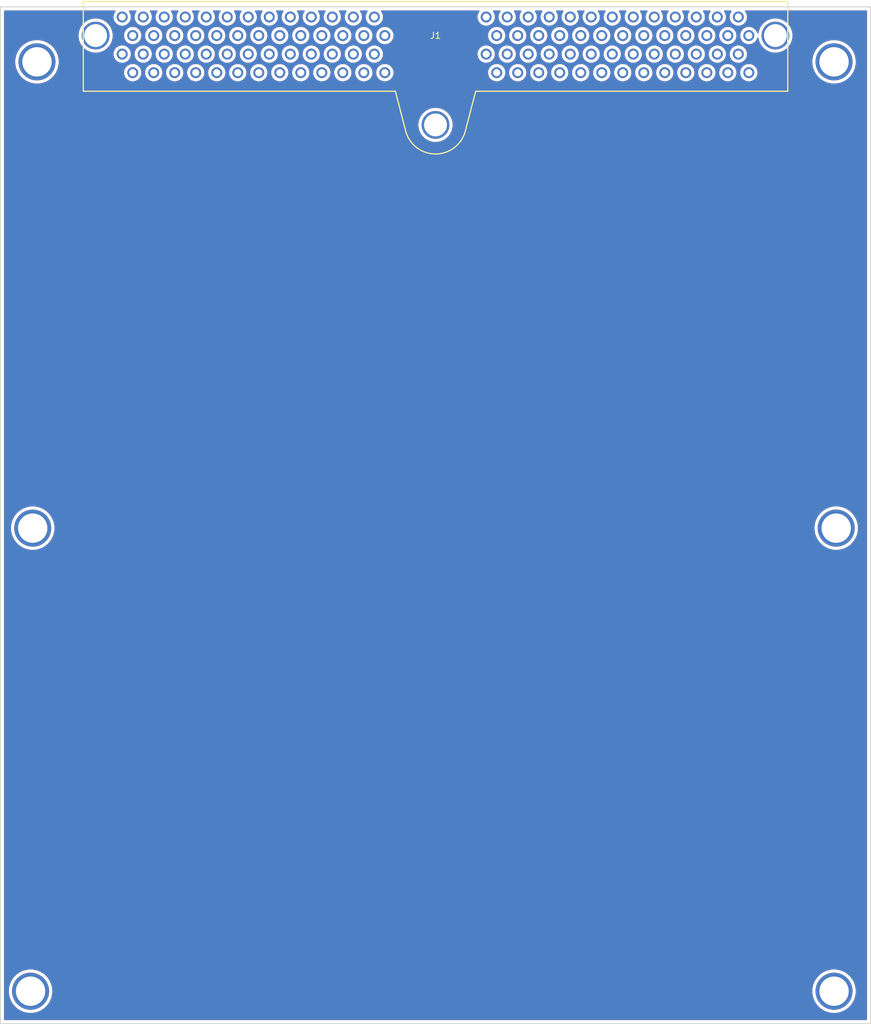
<source format=kicad_pcb>
(kicad_pcb (version 20171130) (host pcbnew 5.1.9)
  (layers (0 F.Cu signal) (31 B.Cu signal) (34 B.Paste user) (35 F.Paste user) (36 B.SilkS user) (37 F.SilkS user) (38 B.Mask user) (39 F.Mask user) (44 Edge.Cuts user))
  (net 0 "")
  (module rusefi_lib:eecv (layer F.Cu) (at 93.63 20.44)
    (fp_text reference J1 (at 0 5.5) (layer F.SilkS))
    (fp_text value EEC-V)
    (fp_arc (start 0 19.65) (end -4.902788 20.63116) (angle -157.4) (layer F.SilkS) (width 0.2))
    (fp_line (start 57 0) (end -57 0) (layer F.SilkS) (width 0.2))
    (fp_line (start -57 0) (end -57 14.5) (layer F.SilkS) (width 0.2))
    (fp_line (start 57 14.5) (end 57 0) (layer F.SilkS) (width 0.2))
    (fp_line (start 6.5 14.5) (end 57 14.5) (layer F.SilkS) (width 0.2))
    (fp_line (start -57 14.5) (end -6.5 14.5) (layer F.SilkS) (width 0.2))
    (fp_line (start 4.903359 20.628302) (end 6.5 14.5) (layer F.SilkS) (width 0.2))
    (fp_line (start -4.902788 20.63116) (end -6.5 14.5) (layer F.SilkS) (width 0.2))
    (pad "" thru_hole circle (at 0 19.95) (size 4.5 4.5) (drill 3.7) (layers *.Cu *.Mask))
    (pad 90 thru_hole circle (at 13.3 11.5) (size 1.778 1.778) (drill 1.143) (layers *.Cu *.Mask))
    (pad 89 thru_hole circle (at 16.7 11.5) (size 1.778 1.778) (drill 1.143) (layers *.Cu *.Mask))
    (pad 88 thru_hole circle (at 20.1 11.5) (size 1.778 1.778) (drill 1.143) (layers *.Cu *.Mask))
    (pad 87 thru_hole circle (at 23.5 11.5) (size 1.778 1.778) (drill 1.143) (layers *.Cu *.Mask))
    (pad 86 thru_hole circle (at 26.9 11.5) (size 1.778 1.778) (drill 1.143) (layers *.Cu *.Mask))
    (pad 85 thru_hole circle (at 30.3 11.5) (size 1.778 1.778) (drill 1.143) (layers *.Cu *.Mask))
    (pad 84 thru_hole circle (at 33.7 11.5) (size 1.778 1.778) (drill 1.143) (layers *.Cu *.Mask))
    (pad 83 thru_hole circle (at 37.1 11.5) (size 1.778 1.778) (drill 1.143) (layers *.Cu *.Mask))
    (pad 82 thru_hole circle (at 40.5 11.5) (size 1.778 1.778) (drill 1.143) (layers *.Cu *.Mask))
    (pad 81 thru_hole circle (at 43.9 11.5) (size 1.778 1.778) (drill 1.143) (layers *.Cu *.Mask))
    (pad 80 thru_hole circle (at 47.3 11.5) (size 1.778 1.778) (drill 1.143) (layers *.Cu *.Mask))
    (pad 79 thru_hole circle (at 50.7 11.5) (size 1.778 1.778) (drill 1.143) (layers *.Cu *.Mask))
    (pad 53 thru_hole circle (at 49 8.5) (size 1.778 1.778) (drill 1.143) (layers *.Cu *.Mask))
    (pad 54 thru_hole circle (at 45.6 8.5) (size 1.778 1.778) (drill 1.143) (layers *.Cu *.Mask))
    (pad 55 thru_hole circle (at 42.2 8.5) (size 1.778 1.778) (drill 1.143) (layers *.Cu *.Mask))
    (pad 56 thru_hole circle (at 38.8 8.5) (size 1.778 1.778) (drill 1.143) (layers *.Cu *.Mask))
    (pad 57 thru_hole circle (at 35.4 8.5) (size 1.778 1.778) (drill 1.143) (layers *.Cu *.Mask))
    (pad 58 thru_hole circle (at 32 8.5) (size 1.778 1.778) (drill 1.143) (layers *.Cu *.Mask))
    (pad 59 thru_hole circle (at 28.6 8.5) (size 1.778 1.778) (drill 1.143) (layers *.Cu *.Mask))
    (pad 60 thru_hole circle (at 25.2 8.5) (size 1.778 1.778) (drill 1.143) (layers *.Cu *.Mask))
    (pad 61 thru_hole circle (at 21.8 8.5) (size 1.778 1.778) (drill 1.143) (layers *.Cu *.Mask))
    (pad 62 thru_hole circle (at 18.4 8.5) (size 1.778 1.778) (drill 1.143) (layers *.Cu *.Mask))
    (pad 63 thru_hole circle (at 15 8.5) (size 1.778 1.778) (drill 1.143) (layers *.Cu *.Mask))
    (pad 64 thru_hole circle (at 11.6 8.5) (size 1.778 1.778) (drill 1.143) (layers *.Cu *.Mask))
    (pad 37 thru_hole circle (at 16.7 5.5) (size 1.778 1.778) (drill 1.143) (layers *.Cu *.Mask))
    (pad 36 thru_hole circle (at 20.1 5.5) (size 1.778 1.778) (drill 1.143) (layers *.Cu *.Mask))
    (pad 35 thru_hole circle (at 23.5 5.5) (size 1.778 1.778) (drill 1.143) (layers *.Cu *.Mask))
    (pad 34 thru_hole circle (at 26.9 5.5) (size 1.778 1.778) (drill 1.143) (layers *.Cu *.Mask))
    (pad 33 thru_hole circle (at 30.3 5.5) (size 1.778 1.778) (drill 1.143) (layers *.Cu *.Mask))
    (pad 32 thru_hole circle (at 33.7 5.5) (size 1.778 1.778) (drill 1.143) (layers *.Cu *.Mask))
    (pad 31 thru_hole circle (at 37.1 5.5) (size 1.778 1.778) (drill 1.143) (layers *.Cu *.Mask))
    (pad 30 thru_hole circle (at 40.5 5.5) (size 1.778 1.778) (drill 1.143) (layers *.Cu *.Mask))
    (pad 29 thru_hole circle (at 43.9 5.5) (size 1.778 1.778) (drill 1.143) (layers *.Cu *.Mask))
    (pad 28 thru_hole circle (at 47.3 5.5) (size 1.778 1.778) (drill 1.143) (layers *.Cu *.Mask))
    (pad 27 thru_hole circle (at 50.7 5.5) (size 1.778 1.778) (drill 1.143) (layers *.Cu *.Mask))
    (pad 1 thru_hole circle (at 49 2.5) (size 1.778 1.778) (drill 1.143) (layers *.Cu *.Mask))
    (pad 2 thru_hole circle (at 45.6 2.5) (size 1.778 1.778) (drill 1.143) (layers *.Cu *.Mask))
    (pad 3 thru_hole circle (at 42.2 2.5) (size 1.778 1.778) (drill 1.143) (layers *.Cu *.Mask))
    (pad 4 thru_hole circle (at 38.8 2.5) (size 1.778 1.778) (drill 1.143) (layers *.Cu *.Mask))
    (pad 5 thru_hole circle (at 35.4 2.5) (size 1.778 1.778) (drill 1.143) (layers *.Cu *.Mask))
    (pad 6 thru_hole circle (at 32 2.5) (size 1.778 1.778) (drill 1.143) (layers *.Cu *.Mask))
    (pad 7 thru_hole circle (at 28.6 2.5) (size 1.778 1.778) (drill 1.143) (layers *.Cu *.Mask))
    (pad 8 thru_hole circle (at 25.2 2.5) (size 1.778 1.778) (drill 1.143) (layers *.Cu *.Mask))
    (pad 9 thru_hole circle (at 21.8 2.5) (size 1.778 1.778) (drill 1.143) (layers *.Cu *.Mask))
    (pad 10 thru_hole circle (at 18.4 2.5) (size 1.778 1.778) (drill 1.143) (layers *.Cu *.Mask))
    (pad 11 thru_hole circle (at 15 2.5) (size 1.778 1.778) (drill 1.143) (layers *.Cu *.Mask))
    (pad 12 thru_hole circle (at 11.6 2.5) (size 1.778 1.778) (drill 1.143) (layers *.Cu *.Mask))
    (pad 38 thru_hole circle (at 13.3 5.5) (size 1.778 1.778) (drill 1.143) (layers *.Cu *.Mask))
    (pad 13 thru_hole circle (at 8.2 2.5) (size 1.778 1.778) (drill 1.143) (layers *.Cu *.Mask))
    (pad 65 thru_hole circle (at 8.2 8.5) (size 1.778 1.778) (drill 1.143) (layers *.Cu *.Mask))
    (pad 91 thru_hole circle (at 9.9 11.5) (size 1.778 1.778) (drill 1.143) (layers *.Cu *.Mask))
    (pad 39 thru_hole circle (at 9.9 5.5) (size 1.778 1.778) (drill 1.143) (layers *.Cu *.Mask))
    (pad 104 thru_hole circle (at -49 11.5) (size 1.778 1.778) (drill 1.143) (layers *.Cu *.Mask))
    (pad 103 thru_hole circle (at -45.6 11.5) (size 1.778 1.778) (drill 1.143) (layers *.Cu *.Mask))
    (pad 102 thru_hole circle (at -42.2 11.5) (size 1.778 1.778) (drill 1.143) (layers *.Cu *.Mask))
    (pad 101 thru_hole circle (at -38.8 11.5) (size 1.778 1.778) (drill 1.143) (layers *.Cu *.Mask))
    (pad 100 thru_hole circle (at -35.4 11.5) (size 1.778 1.778) (drill 1.143) (layers *.Cu *.Mask))
    (pad 99 thru_hole circle (at -32 11.5) (size 1.778 1.778) (drill 1.143) (layers *.Cu *.Mask))
    (pad 98 thru_hole circle (at -28.6 11.5) (size 1.778 1.778) (drill 1.143) (layers *.Cu *.Mask))
    (pad 97 thru_hole circle (at -25.2 11.5) (size 1.778 1.778) (drill 1.143) (layers *.Cu *.Mask))
    (pad 72 thru_hole circle (at -30.3 8.5) (size 1.778 1.778) (drill 1.143) (layers *.Cu *.Mask))
    (pad 73 thru_hole circle (at -33.7 8.5) (size 1.778 1.778) (drill 1.143) (layers *.Cu *.Mask))
    (pad 74 thru_hole circle (at -37.1 8.5) (size 1.778 1.778) (drill 1.143) (layers *.Cu *.Mask))
    (pad 75 thru_hole circle (at -40.5 8.5) (size 1.778 1.778) (drill 1.143) (layers *.Cu *.Mask))
    (pad 76 thru_hole circle (at -43.9 8.5) (size 1.778 1.778) (drill 1.143) (layers *.Cu *.Mask))
    (pad 77 thru_hole circle (at -47.3 8.5) (size 1.778 1.778) (drill 1.143) (layers *.Cu *.Mask))
    (pad 78 thru_hole circle (at -50.7 8.5) (size 1.778 1.778) (drill 1.143) (layers *.Cu *.Mask))
    (pad 52 thru_hole circle (at -49 5.5) (size 1.778 1.778) (drill 1.143) (layers *.Cu *.Mask))
    (pad 51 thru_hole circle (at -45.6 5.5) (size 1.778 1.778) (drill 1.143) (layers *.Cu *.Mask))
    (pad 50 thru_hole circle (at -42.2 5.5) (size 1.778 1.778) (drill 1.143) (layers *.Cu *.Mask))
    (pad 49 thru_hole circle (at -38.8 5.5) (size 1.778 1.778) (drill 1.143) (layers *.Cu *.Mask))
    (pad 48 thru_hole circle (at -35.4 5.5) (size 1.778 1.778) (drill 1.143) (layers *.Cu *.Mask))
    (pad 47 thru_hole circle (at -32 5.5) (size 1.778 1.778) (drill 1.143) (layers *.Cu *.Mask))
    (pad 46 thru_hole circle (at -28.6 5.5) (size 1.778 1.778) (drill 1.143) (layers *.Cu *.Mask))
    (pad 45 thru_hole circle (at -25.2 5.5) (size 1.778 1.778) (drill 1.143) (layers *.Cu *.Mask))
    (pad 26 thru_hole circle (at -50.7 2.5) (size 1.778 1.778) (drill 1.143) (layers *.Cu *.Mask))
    (pad 25 thru_hole circle (at -47.3 2.5) (size 1.778 1.778) (drill 1.143) (layers *.Cu *.Mask))
    (pad 24 thru_hole circle (at -43.9 2.5) (size 1.778 1.778) (drill 1.143) (layers *.Cu *.Mask))
    (pad 23 thru_hole circle (at -40.5 2.5) (size 1.778 1.778) (drill 1.143) (layers *.Cu *.Mask))
    (pad 22 thru_hole circle (at -37.1 2.5) (size 1.778 1.778) (drill 1.143) (layers *.Cu *.Mask))
    (pad 21 thru_hole circle (at -33.7 2.5) (size 1.778 1.778) (drill 1.143) (layers *.Cu *.Mask))
    (pad 20 thru_hole circle (at -30.3 2.5) (size 1.778 1.778) (drill 1.143) (layers *.Cu *.Mask))
    (pad 19 thru_hole circle (at -26.9 2.5) (size 1.778 1.778) (drill 1.143) (layers *.Cu *.Mask))
    (pad 71 thru_hole circle (at -26.9 8.5) (size 1.778 1.778) (drill 1.143) (layers *.Cu *.Mask))
    (pad 96 thru_hole circle (at -21.8 11.5) (size 1.778 1.778) (drill 1.143) (layers *.Cu *.Mask))
    (pad 44 thru_hole circle (at -21.8 5.5) (size 1.778 1.778) (drill 1.143) (layers *.Cu *.Mask))
    (pad 70 thru_hole circle (at -23.5 8.5) (size 1.778 1.778) (drill 1.143) (layers *.Cu *.Mask))
    (pad 18 thru_hole circle (at -23.5 2.5) (size 1.778 1.778) (drill 1.143) (layers *.Cu *.Mask))
    (pad 43 thru_hole circle (at -18.4 5.5) (size 1.778 1.778) (drill 1.143) (layers *.Cu *.Mask))
    (pad 95 thru_hole circle (at -18.4 11.5) (size 1.778 1.778) (drill 1.143) (layers *.Cu *.Mask))
    (pad 69 thru_hole circle (at -20.1 8.5) (size 1.778 1.778) (drill 1.143) (layers *.Cu *.Mask))
    (pad 17 thru_hole circle (at -20.1 2.5) (size 1.778 1.778) (drill 1.143) (layers *.Cu *.Mask))
    (pad 42 thru_hole circle (at -15 5.5) (size 1.778 1.778) (drill 1.143) (layers *.Cu *.Mask))
    (pad 94 thru_hole circle (at -15 11.5) (size 1.778 1.778) (drill 1.143) (layers *.Cu *.Mask))
    (pad 68 thru_hole circle (at -16.7 8.5) (size 1.778 1.778) (drill 1.143) (layers *.Cu *.Mask))
    (pad 16 thru_hole circle (at -16.7 2.5) (size 1.778 1.778) (drill 1.143) (layers *.Cu *.Mask))
    (pad 93 thru_hole circle (at -11.6 11.5) (size 1.778 1.778) (drill 1.143) (layers *.Cu *.Mask))
    (pad 41 thru_hole circle (at -11.6 5.5) (size 1.778 1.778) (drill 1.143) (layers *.Cu *.Mask))
    (pad 15 thru_hole circle (at -13.3 2.5) (size 1.778 1.778) (drill 1.143) (layers *.Cu *.Mask))
    (pad 67 thru_hole circle (at -13.3 8.5) (size 1.778 1.778) (drill 1.143) (layers *.Cu *.Mask))
    (pad 92 thru_hole circle (at -8.2 11.5) (size 1.778 1.778) (drill 1.143) (layers *.Cu *.Mask))
    (pad 66 thru_hole circle (at -9.9 8.5) (size 1.778 1.778) (drill 1.143) (layers *.Cu *.Mask))
    (pad 40 thru_hole circle (at -8.2 5.5) (size 1.778 1.778) (drill 1.143) (layers *.Cu *.Mask))
    (pad 14 thru_hole circle (at -9.9 2.5) (size 1.778 1.778) (drill 1.143) (layers *.Cu *.Mask))
    (pad "" thru_hole circle (at 55 5.5) (size 4.5 4.5) (drill 3.7) (layers *.Cu *.Mask))
    (pad "" thru_hole circle (at -55 5.5) (size 4.5 4.5) (drill 3.7) (layers *.Cu *.Mask))
  )
  (gr_line (start 164.03 185.72) (end 164.03 21.3) (layer Edge.Cuts) (width 0.15))
  (gr_line (start 23.23 185.72) (end 164.03 185.72) (layer Edge.Cuts) (width 0.15))
  (gr_line (start 23.23 21.3) (end 23.23 185.72) (layer Edge.Cuts) (width 0.15))
  (gr_line (start 23.23 21.3) (end 164.03 21.3) (layer Edge.Cuts) (width 0.15))
  (via (at 158.12 30.19) (size 6) (drill 4.75) (layers F.Cu B.Cu) (net 0))
  (via (at 29.14 30.19) (size 6) (drill 4.75) (layers F.Cu B.Cu) (net 0))
  (via (at 28.1 180.47) (size 6) (drill 4.75) (layers F.Cu B.Cu) (net 0))
  (via (at 158.12 180.47) (size 6) (drill 4.75) (layers F.Cu B.Cu) (net 0))
  (via (at 28.45 105.59) (size 6) (drill 4.75) (layers F.Cu B.Cu) (net 0))
  (via (at 158.47 105.59) (size 6) (drill 4.75) (layers F.Cu B.Cu) (net 0))
  (zone (net 0) (net_name "") (layer B.Cu) (connect_pads (clearance 0.508)) (min_thickness 0.254) (fill yes (arc_segments 32) (thermal_gap 0.508) (thermal_bridge_width 0.508))
    (polygon (pts (xy 164.03 185.7) (xy 23.23 185.7) (xy 23.23 21.3) (xy 164.03 21.3)))
  )
  (zone (net 0) (net_name "") (layer F.Cu) (connect_pads (clearance 0.508)) (min_thickness 0.254) (fill yes (arc_segments 32) (thermal_gap 0.508) (thermal_bridge_width 0.508))
    (polygon (pts (xy 164.03 185.7) (xy 23.23 185.7) (xy 23.23 21.3) (xy 164.03 21.3)))
  )
)
</source>
